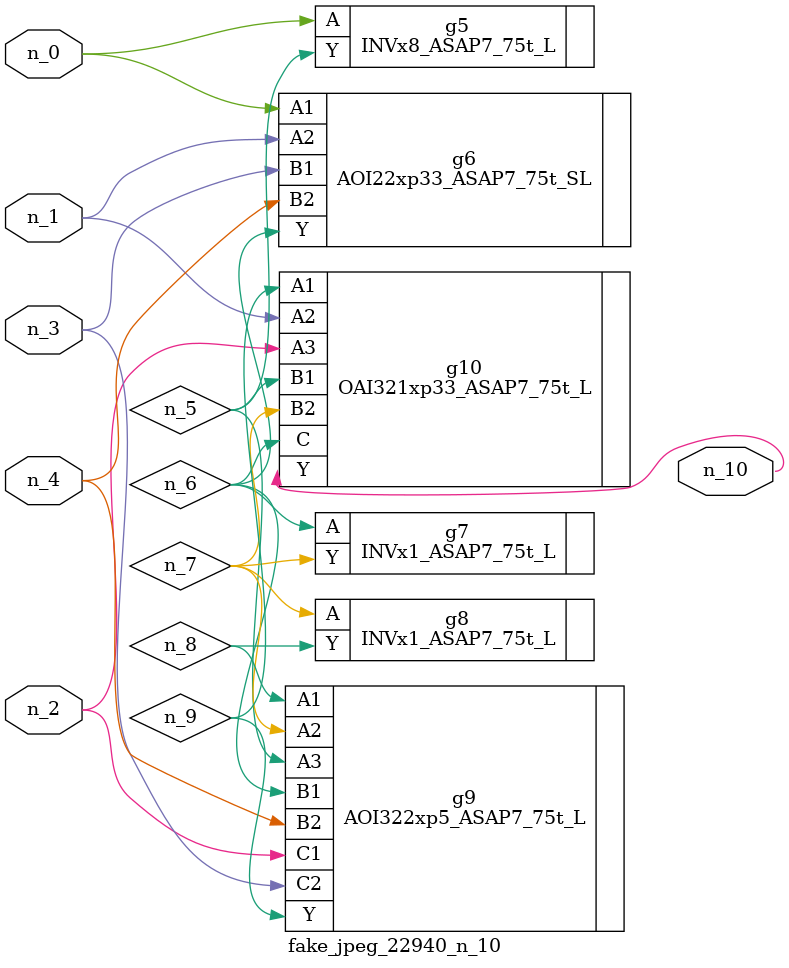
<source format=v>
module fake_jpeg_22940_n_10 (n_3, n_2, n_1, n_0, n_4, n_10);

input n_3;
input n_2;
input n_1;
input n_0;
input n_4;

output n_10;

wire n_8;
wire n_9;
wire n_6;
wire n_5;
wire n_7;

INVx8_ASAP7_75t_L g5 ( 
.A(n_0),
.Y(n_5)
);

AOI22xp33_ASAP7_75t_SL g6 ( 
.A1(n_0),
.A2(n_1),
.B1(n_3),
.B2(n_4),
.Y(n_6)
);

INVx1_ASAP7_75t_L g7 ( 
.A(n_6),
.Y(n_7)
);

INVx1_ASAP7_75t_L g8 ( 
.A(n_7),
.Y(n_8)
);

AOI322xp5_ASAP7_75t_L g9 ( 
.A1(n_8),
.A2(n_7),
.A3(n_5),
.B1(n_6),
.B2(n_4),
.C1(n_2),
.C2(n_3),
.Y(n_9)
);

OAI321xp33_ASAP7_75t_L g10 ( 
.A1(n_9),
.A2(n_1),
.A3(n_2),
.B1(n_5),
.B2(n_7),
.C(n_6),
.Y(n_10)
);


endmodule
</source>
